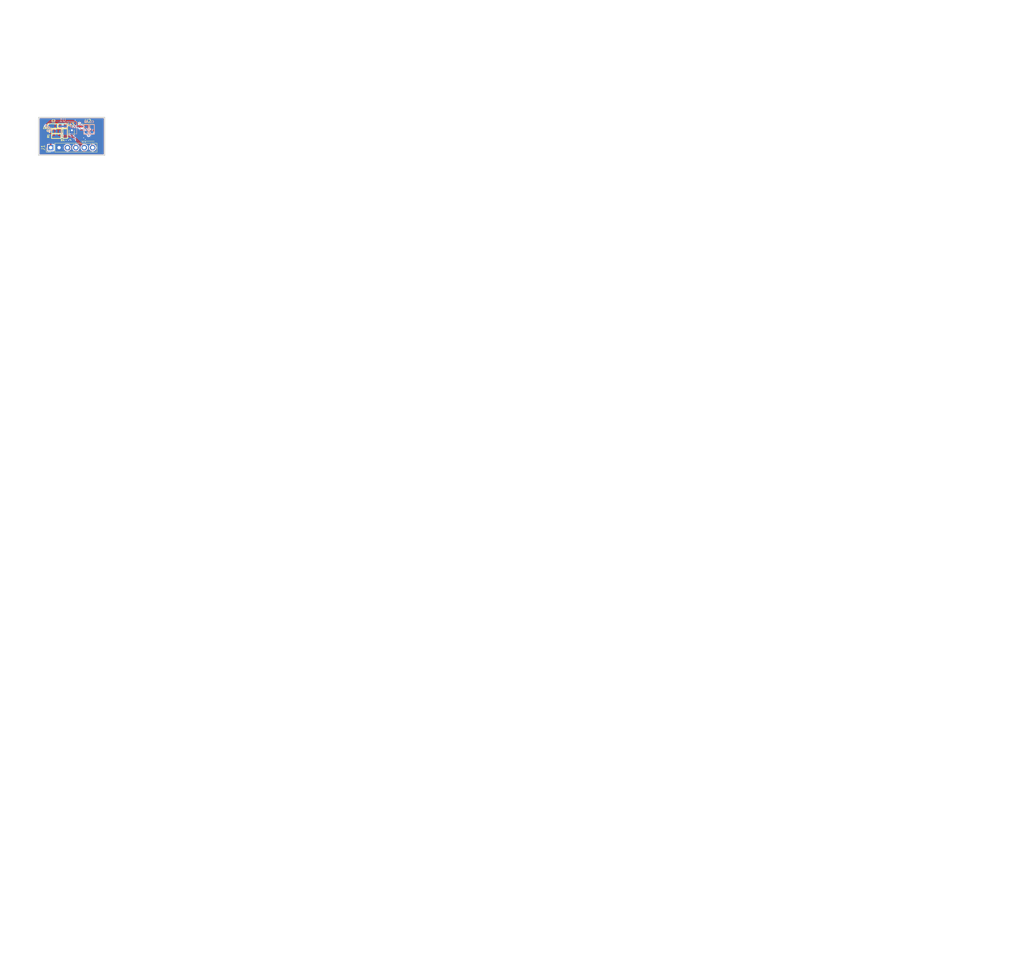
<source format=kicad_pcb>
(kicad_pcb (version 20240108) (generator "pcbnew") (generator_version "8.0")
  (layers (0 "F.Cu" signal) (31 "B.Cu" signal) (34 "B.Paste" user) (35 "F.Paste" user) (36 "B.SilkS" user "B.Silkscreen") (37 "F.SilkS" user "F.Silkscreen") (38 "B.Mask" user) (39 "F.Mask" user) (44 "Edge.Cuts" user))
  (net 0 "")
  (net 1 "GND")
  (net 2 "Net-(Q1-D)")
  (net 3 "Net-(U1-OUTPUT)")
  (net 4 "Net-(C2-Pad1)")
  (net 5 "+3V3")
  (net 6 "/EN_Sound_sensor")
  (net 7 "/BH1750_SDA")
  (net 8 "/Sound_sensor")
  (net 9 "/BH1750_SCL")
  (net 10 "Net-(U2A--)")
  (net 11 "Net-(U3-DVI)")
  (footprint "Package_SO:SOIC-8_3.9x4.9mm_P1.27mm" (layer "F.Cu") (at 88.392 75.438)
    (property "Reference" "U2" (at 0 -3.556 0) (layer "F.SilkS"))
    (property "Value" "LM358")
    (fp_line (start 0 -2.56) (end -1.95 -2.56) (stroke (width 0.12)) (layer "F.SilkS"))
    (fp_line (start 0 -2.56) (end 1.95 -2.56) (stroke (width 0.12)) (layer "F.SilkS"))
    (fp_line (start 0 2.56) (end -1.95 2.56) (stroke (width 0.12)) (layer "F.SilkS"))
    (fp_line (start 0 2.56) (end 1.95 2.56) (stroke (width 0.12)) (layer "F.SilkS"))
    (fp_poly (pts (xy -2.7 -2.465) (xy -2.94 -2.795) (xy -2.46 -2.795) (xy -2.7 -2.465)) (stroke (width 0.12)) (fill solid) (layer "F.SilkS"))
    (pad "1" smd roundrect (at -2.475 -1.905) (size 1.95 0.6) (layers "F.Cu" "F.Paste" "F.Mask") (net 8 "/Sound_sensor"))
    (pad "2" smd roundrect (at -2.475 -0.635) (size 1.95 0.6) (layers "F.Cu" "F.Paste" "F.Mask") (net 10 "Net-(U2A--)"))
    (pad "3" smd roundrect (at -2.475 0.635) (size 1.95 0.6) (layers "F.Cu" "F.Paste" "F.Mask"))
    (pad "4" smd roundrect (at -2.475 1.905) (size 1.95 0.6) (layers "F.Cu" "F.Paste" "F.Mask") (net 1 "GND"))
    (pad "5" smd roundrect (at 2.475 1.905) (size 1.95 0.6) (layers "F.Cu" "F.Paste" "F.Mask"))
    (pad "6" smd roundrect (at 2.475 0.635) (size 1.95 0.6) (layers "F.Cu" "F.Paste" "F.Mask"))
    (pad "7" smd roundrect (at 2.475 -0.635) (size 1.95 0.6) (layers "F.Cu" "F.Paste" "F.Mask"))
    (pad "8" smd roundrect (at 2.475 -1.905) (size 1.95 0.6) (layers "F.Cu" "F.Paste" "F.Mask") (net 2 "Net-(Q1-D)"))
  )
  (footprint "DienLIB:C_0603" (layer "F.Cu") (at 77.724 73.406 180)
    (property "Reference" "C2" (at -0.254 1.524 0) (layer "F.SilkS") (effects (font (size 0.6 0.6) (thickness 0.15) (bold yes))))
    (property "Value" "100nF")
    (fp_rect (start -1.4508 -0.7) (end 1.4508 0.7) (stroke (width 0.25)) (fill none) (layer "F.SilkS"))
    (pad "1" smd rect (at -0.775 0 180) (size 0.85 0.9) (layers "F.Cu" "F.Paste" "F.Mask") (net 4 "Net-(C2-Pad1)"))
    (pad "2" smd rect (at 0.775 0 180) (size 0.85 0.9) (layers "F.Cu" "F.Paste" "F.Mask") (net 3 "Net-(U1-OUTPUT)"))
  )
  (footprint "DienLIB:R_0603" (layer "F.Cu") (at 78.87 76.454)
    (property "Reference" "R1" (at -2.416 -0.013 90) (layer "F.SilkS") (effects (font (size 0.6 0.6) (thickness 0.15) (bold yes))))
    (property "Value" "100k")
    (fp_rect (start -1.45 -0.7) (end 1.45 0.7) (stroke (width 0.25)) (fill none) (layer "F.SilkS"))
    (pad "1" smd rect (at -0.775 0) (size 0.85 0.9) (layers "F.Cu" "F.Paste" "F.Mask") (net 5 "+3V3"))
    (pad "2" smd rect (at 0.775 0) (size 0.85 0.9) (layers "F.Cu" "F.Paste" "F.Mask") (net 6 "/EN_Sound_sensor"))
  )
  (footprint "DienLIB:XDCR_BH1750FVI-TR" (layer "F.Cu") (at 83.5215 75.433055 90)
    (property "Reference" "U3" (at 2.535055 -0.2095 0) (layer "F.SilkS") (effects (font (size 1.001283 1.001283))))
    (property "Value" "BH1750FVI-TR")
    (fp_line (start 0.78 -0.8) (end -0.78 -0.8) (stroke (width 0.127)) (layer "F.SilkS"))
    (fp_line (start -0.78 0.8) (end 0.78 0.8) (stroke (width 0.127)) (layer "F.SilkS"))
    (fp_circle (center -2.1 -0.5) (end -2 -0.5) (stroke (width 0.2)) (fill none) (layer "F.SilkS"))
    (pad "1" smd rect (at -1.375 -0.5 90) (size 0.55 0.25) (layers "F.Cu" "F.Paste" "F.Mask") (net 5 "+3V3"))
    (pad "2" smd rect (at -1.375 0 90) (size 0.55 0.25) (layers "F.Cu" "F.Paste" "F.Mask") (net 1 "GND"))
    (pad "3" smd rect (at -1.375 0.5 90) (size 0.55 0.25) (layers "F.Cu" "F.Paste" "F.Mask") (net 1 "GND"))
    (pad "4" smd rect (at 1.375 0.5 90) (size 0.55 0.25) (layers "F.Cu" "F.Paste" "F.Mask") (net 7 "/BH1750_SDA"))
    (pad "5" smd rect (at 1.375 0 90) (size 0.55 0.25) (layers "F.Cu" "F.Paste" "F.Mask") (net 11 "Net-(U3-DVI)"))
    (pad "6" smd rect (at 1.375 -0.5 90) (size 0.55 0.25) (layers "F.Cu" "F.Paste" "F.Mask") (net 9 "/BH1750_SCL"))
  )
  (footprint "Connector_PinHeader_2.54mm:PinHeader_1x06_P2.54mm_Vertical" (layer "F.Cu") (at 77.149473 79.94457 90)
    (property "Reference" "J1" (at 0 -2.33 -90) (layer "F.SilkS"))
    (property "Value" "2.54")
    (fp_line (start -1.33 -1.33) (end 0 -1.33) (stroke (width 0.12)) (layer "F.SilkS"))
    (fp_line (start -1.33 0) (end -1.33 -1.33) (stroke (width 0.12)) (layer "F.SilkS"))
    (fp_line (start 1.33 1.27) (end 1.33 14.03) (stroke (width 0.12)) (layer "F.SilkS"))
    (fp_line (start -1.33 1.27) (end 1.33 1.27) (stroke (width 0.12)) (layer "F.SilkS"))
    (fp_line (start -1.33 1.27) (end -1.33 14.03) (stroke (width 0.12)) (layer "F.SilkS"))
    (fp_line (start -1.33 14.03) (end 1.33 14.03) (stroke (width 0.12)) (layer "F.SilkS"))
    (pad "1" thru_hole rect (at 0 0 90) (size 1.7 1.7) (drill 1) (layers "*.Cu" "*.Mask") (net 5 "+3V3"))
    (pad "2" thru_hole oval (at 0 2.54 90) (size 1.7 1.7) (drill 1) (layers "*.Cu" "*.Mask") (net 1 "GND"))
    (pad "3" thru_hole oval (at 0 5.08 90) (size 1.7 1.7) (drill 1) (layers "*.Cu" "*.Mask") (net 7 "/BH1750_SDA"))
    (pad "4" thru_hole oval (at 0 7.62 90) (size 1.7 1.7) (drill 1) (layers "*.Cu" "*.Mask") (net 9 "/BH1750_SCL"))
    (pad "5" thru_hole oval (at 0 10.16 90) (size 1.7 1.7) (drill 1) (layers "*.Cu" "*.Mask") (net 6 "/EN_Sound_sensor"))
    (pad "6" thru_hole oval (at 0 12.7 90) (size 1.7 1.7) (drill 1) (layers "*.Cu" "*.Mask") (net 8 "/Sound_sensor"))
  )
  (footprint "DienLIB:R_0603" (layer "F.Cu") (at 81.534 75.692 90)
    (property "Reference" "R4" (at -2.032 -0.762 0) (layer "F.SilkS") (effects (font (size 0.6 0.6) (thickness 0.15) (bold yes))))
    (property "Value" "4k7")
    (fp_rect (start -1.45 -0.7) (end 1.45 0.7) (stroke (width 0.25)) (fill none) (layer "F.SilkS"))
    (pad "1" smd rect (at -0.775 0 90) (size 0.85 0.9) (layers "F.Cu" "F.Paste" "F.Mask") (net 5 "+3V3"))
    (pad "2" smd rect (at 0.775 0 90) (size 0.85 0.9) (layers "F.Cu" "F.Paste" "F.Mask") (net 11 "Net-(U3-DVI)"))
  )
  (footprint "DienLIB:C_0603" (layer "F.Cu") (at 78.928 74.93)
    (property "Reference" "C3" (at -2.444219 -0.11336 0) (layer "F.SilkS") (effects (font (size 0.6 0.6) (thickness 0.15) (bold yes))))
    (property "Value" "100nF")
    (fp_rect (start -1.4508 -0.7) (end 1.4508 0.7) (stroke (width 0.25)) (fill none) (layer "F.SilkS"))
    (pad "1" smd rect (at -0.775 0) (size 0.85 0.9) (layers "F.Cu" "F.Paste" "F.Mask") (net 5 "+3V3"))
    (pad "2" smd rect (at 0.775 0) (size 0.85 0.9) (layers "F.Cu" "F.Paste" "F.Mask") (net 1 "GND"))
  )
  (footprint "DienLIB:R_0603" (layer "F.Cu") (at 80.772 73.406)
    (property "Reference" "R2" (at -5.334 0.508 180) (layer "F.SilkS") (effects (font (size 0.6 0.6) (thickness 0.15) (bold yes))))
    (property "Value" "100k")
    (fp_rect (start -1.45 -0.7) (end 1.45 0.7) (stroke (width 0.25)) (fill none) (layer "F.SilkS"))
    (pad "1" smd rect (at -0.775 0) (size 0.85 0.9) (layers "F.Cu" "F.Paste" "F.Mask") (net 4 "Net-(C2-Pad1)"))
    (pad "2" smd rect (at 0.775 0) (size 0.85 0.9) (layers "F.Cu" "F.Paste" "F.Mask") (net 10 "Net-(U2A--)"))
  )
  (footprint "DienLIB:MIC_CMM-3729AB-38108-TR" (layer "B.Cu") (at 83.566 73.914 180)
    (property "Reference" "U1" (at 2.794 2.286 180) (layer "B.SilkS") (effects (justify mirror)))
    (property "Value" "CMM-3729AB-38108-TR")
    (fp_line (start 1.475 1.88) (end -1.475 1.88) (stroke (width 0.127)) (layer "B.SilkS"))
    (fp_line (start 1.475 -1.88) (end 1.475 1.88) (stroke (width 0.127)) (layer "B.SilkS"))
    (fp_line (start -1.475 1.88) (end -1.475 -1.88) (stroke (width 0.127)) (layer "B.SilkS"))
    (fp_line (start -1.475 -1.88) (end 1.475 -1.88) (stroke (width 0.127)) (layer "B.SilkS"))
    (fp_circle (center 2 1.4) (end 2.1 1.4) (stroke (width 0.2)) (fill none) (layer "B.SilkS"))
    (pad "" np_thru_hole circle (at 0 -0.76 180) (size 0.35 0.35) (drill 0.35) (layers "*.Cu" "*.Mask"))
    (pad "1" smd circle (at 0.97 1.34 180) (size 0.72 0.72) (layers "B.Cu" "B.Paste" "B.Mask") (net 2 "Net-(Q1-D)"))
    (pad "2" smd circle (at 1.015 -1.39) (size 0.56 0.56) (layers "B.Cu" "B.Paste" "B.Mask") (net 1 "GND"))
    (pad "3" smd circle (at -1.015 -1.39 180) (size 0.56 0.56) (layers "B.Cu" "B.Paste" "B.Mask") (net 1 "GND"))
    (pad "4" smd circle (at -0.97 1.34) (size 0.72 0.72) (layers "B.Cu" "B.Paste" "B.Mask") (net 3 "Net-(U1-OUTPUT)"))
    (pad "5" smd circle (at 0 1.34) (size 0.61 0.61) (layers "B.Cu" "B.Paste" "B.Mask") (net 1 "GND"))
    (pad "6" smd custom (at 0.453036 -0.770638) (size 0.2 0.2) (layers "B.Cu") (net 1 "GND") (options (clearance outline) (anchor rect)) (primitives (gr_poly (pts (xy 0.4505 0.6) (xy 0.482 0.599) (xy 0.514 0.597) (xy 0.546 0.592) (xy 0.577 0.587) (xy 0.608 0.579) (xy 0.639 0.57) (xy 0.669 0.56) (xy 0.698 0.547) (xy 0.727 0.534) (xy 0.755 0.518) (xy 0.782 0.502) (xy 0.809 0.484) (xy 0.834 0.464) (xy 0.858 0.443) (xy 0.881 0.421) (xy 0.903 0.398) (xy 0.924 0.374) (xy 0.944 0.349) (xy 0.962 0.322) (xy 0.978 0.295) (xy 0.994 0.267) (xy 1.007 0.238) (xy 1.02 0.209) (xy 1.03 0.179) (xy 1.039 0.148) (xy 1.047 0.117) (xy 1.052 0.086) (xy 1.057 0.054) (xy 1.059 0.022) (xy 1.06 -0.01) (xy 1.059 -0.042) (xy 1.057 -0.074) (xy 1.052 -0.105) (xy 1.047 -0.137) (xy 1.039 -0.168) (xy 1.03 -0.199) (xy 1.019 -0.229) (xy 1.007 -0.258) (xy 0.994 -0.287) (xy 0.978 -0.315) (xy 0.962 -0.342) (xy 0.944 -0.369) (xy 0.924 -0.394) (xy 0.903 -0.418) (xy 0.881 -0.441) (xy 0.858 -0.463) (xy 0.834 -0.484) (xy 0.809 -0.504) (xy 0.782 -0.522) (xy 0.755 -0.538) (xy 0.727 -0.554) (xy 0.698 -0.567) (xy 0.669 -0.579) (xy 0.639 -0.59) (xy 0.608 -0.599) (xy 0.577 -0.607) (xy 0.545 -0.612) (xy 0.514 -0.617) (xy 0.482 -0.619) (xy 0.45 -0.62) (xy 0.418 -0.619) (xy 0.386 -0.617) (xy 0.355 -0.612) (xy 0.323 -0.607) (xy 0.292 -0.599) (xy 0.261 -0.59) (xy 0.231 -0.579) (xy 0.202 -0.567) (xy 0.173 -0.554) (xy 0.145 -0.538) (xy 0.118 -0.522) (xy 0.091 -0.504) (xy 0.066 -0.484) (xy 0.042 -0.463) (xy 0.019 -0.441) (xy -0.003 -0.418) (xy -0.024 -0.394) (xy -0.044 -0.369) (xy -0.062 -0.342) (xy -0.078 -0.315) (xy -0.094 -0.287) (xy -0.107 -0.258) (xy -0.119 -0.229) (xy -0.13 -0.199) (xy -0.139 -0.168) (xy -0.147 -0.137) (xy -0.152 -0.105) (xy -0.157 -0.074) (xy -0.159 -0.042) (xy -0.16 -0.01) (xy -0.159 0.018) (xy -0.157 0.05) (xy -0.152 0.082) (xy -0.147 0.114) (xy -0.139 0.145) (xy -0.13 0.176) (xy -0.119 0.206) (xy -0.107 0.236) (xy -0.093 0.265) (xy -0.078 0.293) (xy -0.061 0.32) (xy -0.043 0.347) (xy -0.023 0.372) (xy -0.002 0.397) (xy 0.02 0.42) (xy 0.043 0.442) (xy 0.068 0.463) (xy 0.093 0.483) (xy 0.12 0.501) (xy 0.147 0.518) (xy 0.175 0.533) (xy 0.204 0.547) (xy 0.234 0.559) (xy 0.264 0.57) (xy 0.295 0.579) (xy 0.326 0.587) (xy 0.358 0.592) (xy 0.39 0.597) (xy 0.422 0.599) (xy 0.449 0.6) (xy 0.449 0.295) (xy 0.434 0.295) (xy 0.418 0.293) (xy 0.402 0.291) (xy 0.386 0.288) (xy 0.371 0.285) (xy 0.356 0.28) (xy 0.341 0.275) (xy 0.326 0.269) (xy 0.311 0.262) (xy 0.297 0.254) (xy 0.284 0.246) (xy 0.271 0.237) (xy 0.258 0.227) (xy 0.246 0.217) (xy 0.234 0.206) (xy 0.223 0.194) (xy 0.213 0.182) (xy 0.203 0.169) (xy 0.194 0.156) (xy 0.186 0.143) (xy 0.178 0.129) (xy 0.171 0.114) (xy 0.165 0.099) (xy 0.16 0.084) (xy 0.155 0.069) (xy 0.152 0.054) (xy 0.149 0.038) (xy 0.147 0.022) (xy 0.145 0.006) (xy 0.145 -0.01) (xy 0.145 -0.026) (xy 0.147 -0.042) (xy 0.149 -0.058) (xy 0.152 -0.073) (xy 0.155 -0.089) (xy 0.16 -0.104) (xy 0.165 -0.119) (xy 0.171 -0.134) (xy 0.178 -0.148) (xy 0.186 -0.163) (xy 0.194 -0.176) (xy 0.203 -0.189) (xy 0.213 -0.202) (xy 0.223 -0.214) (xy 0.234 -0.226) (xy 0.246 -0.237) (xy 0.258 -0.247) (xy 0.271 -0.257) (xy 0.284 -0.266) (xy 0.297 -0.274) (xy 0.312 -0.282) (xy 0.326 -0.289) (xy 0.341 -0.295) (xy 0.356 -0.3) (xy 0.371 -0.305) (xy 0.387 -0.308) (xy 0.402 -0.311) (xy 0.418 -0.313) (xy 0.434 -0.315) (xy 0.45 -0.315) (xy 0.466 -0.315) (xy 0.482 -0.313) (xy 0.498 -0.311) (xy 0.513 -0.308) (xy 0.529 -0.305) (xy 0.544 -0.3) (xy 0.559 -0.295) (xy 0.574 -0.289) (xy 0.588 -0.282) (xy 0.603 -0.274) (xy 0.616 -0.266) (xy 0.629 -0.257) (xy 0.642 -0.247) (xy 0.654 -0.237) (xy 0.666 -0.226) (xy 0.677 -0.214) (xy 0.687 -0.202) (xy 0.697 -0.189) (xy 0.706 -0.176) (xy 0.714 -0.162) (xy 0.722 -0.148) (xy 0.729 -0.134) (xy 0.735 -0.119) (xy 0.74 -0.104) (xy 0.745 -0.089) (xy 0.748 -0.073) (xy 0.751 -0.058) (xy 0.753 -0.042) (xy 0.755 -0.026) (xy 0.755 -0.01) (xy 0.755 0.006) (xy 0.753 0.022) (xy 0.751 0.038) (xy 0.748 0.054) (xy 0.745 0.069) (xy 0.74 0.084) (xy 0.735 0.099) (xy 0.729 0.114) (xy 0.722 0.129) (xy 0.714 0.143) (xy 0.706 0.156) (xy 0.697 0.169) (xy 0.687 0.182) (xy 0.677 0.194) (xy 0.666 0.206) (xy 0.654 0.217) (xy 0.642 0.227) (xy 0.629 0.237) (xy 0.616 0.246) (xy 0.603 0.254) (xy 0.589 0.262) (xy 0.574 0.269) (xy 0.559 0.275) (xy 0.544 0.28) (xy 0.529 0.285) (xy 0.514 0.288) (xy 0.498 0.291) (xy 0.482 0.293) (xy 0.466 0.295) (xy 0.451 0.295) (xy 0.451 0.6) (xy 0.4505 0.6)) (width 0.001) (fill yes))))
  )
  (footprint "Package_TO_SOT_SMD:SOT-23" (layer "B.Cu") (at 78.928 74.422 90)
    (property "Reference" "Q1" (at 0.0785 -2.474 -90) (layer "B.SilkS") (effects (justify mirror)))
    (property "Value" "P_Mosfet")
    (fp_line (start 0.65 -1.56) (end 0 -1.56) (stroke (width 0.12)) (layer "B.SilkS"))
    (fp_line (start -0.65 -1.56) (end 0 -1.56) (stroke (width 0.12)) (layer "B.SilkS"))
    (fp_line (start 0.65 1.56) (end 0 1.56) (stroke (width 0.12)) (layer "B.SilkS"))
    (fp_line (start -0.65 1.56) (end 0 1.56) (stroke (width 0.12)) (layer "B.SilkS"))
    (fp_poly (pts (xy -1.1625 1.51) (xy -1.4025 1.84) (xy -0.9225 1.84) (xy -1.1625 1.51)) (stroke (width 0.12)) (fill solid) (layer "B.SilkS"))
    (pad "1" smd roundrect (at -0.9375 0.95 90) (size 1.475 0.6) (layers "B.Cu" "B.Paste" "B.Mask") (net 6 "/EN_Sound_sensor"))
    (pad "2" smd roundrect (at -0.9375 -0.95 90) (size 1.475 0.6) (layers "B.Cu" "B.Paste" "B.Mask") (net 5 "+3V3"))
    (pad "3" smd roundrect (at 0.9375 0 90) (size 1.475 0.6) (layers "B.Cu" "B.Paste" "B.Mask") (net 2 "Net-(Q1-D)"))
  )
  (footprint "DienLIB:C_0603" (layer "B.Cu") (at 89.662 74.422 90)
    (property "Reference" "C1" (at 2.286 0 0) (layer "B.SilkS") (effects (font (size 0.6 0.6) (thickness 0.15) (bold yes)) (justify mirror)))
    (property "Value" "100nF")
    (fp_rect (start 1.4508 -0.7) (end -1.4508 0.7) (stroke (width 0.25)) (fill none) (layer "B.SilkS"))
    (pad "1" smd rect (at -0.775 0 90) (size 0.85 0.9) (layers "B.Cu" "B.Paste" "B.Mask") (net 2 "Net-(Q1-D)"))
    (pad "2" smd rect (at 0.775 0 90) (size 0.85 0.9) (layers "B.Cu" "B.Paste" "B.Mask") (net 1 "GND"))
  )
  (footprint "DienLIB:R_0603" (layer "B.Cu") (at 87.884 74.435 90)
    (property "Reference" "R3" (at 2.299 0 0) (layer "B.SilkS") (effects (font (size 0.6 0.6) (thickness 0.15) (bold yes)) (justify mirror)))
    (property "Value" "100k")
    (fp_rect (start 1.45 -0.7) (end -1.45 0.7) (stroke (width 0.25)) (fill none) (layer "B.SilkS"))
    (pad "1" smd rect (at -0.775 0 90) (size 0.85 0.9) (layers "B.Cu" "B.Paste" "B.Mask") (net 10 "Net-(U2A--)"))
    (pad "2" smd rect (at 0.775 0 90) (size 0.85 0.9) (layers "B.Cu" "B.Paste" "B.Mask") (net 8 "/Sound_sensor"))
  )
  (gr_line (start 93.5 70.764) (end 93.5 82.264) (stroke (width 0.25)) (layer "Edge.Cuts"))
  (gr_line (start 73.5 82.264) (end 93.5 82.264) (stroke (width 0.25)) (layer "Edge.Cuts"))
  (gr_line (start 73.5 70.764) (end 73.5 82.264) (stroke (width 0.25)) (layer "Edge.Cuts"))
  (gr_line (start 93.5 70.764) (end 73.5 70.764) (stroke (width 0.25)) (layer "Edge.Cuts"))
  (segment (start 76.417 74.205) (end 76.2 74.422) (width 0.15) (layer "F.Cu") (net 1))
  (segment (start 78.978 74.205) (end 76.417 74.205) (width 0.15) (layer "F.Cu") (net 1))
  (segment (start 79.703 74.93) (end 78.978 74.205) (width 0.15) (layer "F.Cu") (net 1))
  (via (at 83.051269 75.76683) (size 0.5) (drill 0.25) (layers "F.Cu" "B.Cu") (net 1))
  (via (at 87.63 78.232) (size 0.5) (drill 0.25) (layers "F.Cu" "B.Cu") (net 1))
  (via (at 83.312 77.724) (size 0.5) (drill 0.25) (layers "F.Cu" "B.Cu") (net 1))
  (via (at 81.788 77.724) (size 0.5) (drill 0.25) (layers "F.Cu" "B.Cu") (net 1))
  (via (at 84.582 71.628) (size 0.5) (drill 0.25) (layers "F.Cu" "B.Cu") (net 1))
  (via (at 80.72781 75.680952) (size 0.5) (drill 0.25) (layers "F.Cu" "B.Cu") (net 1))
  (via (at 87.122 76.962) (size 0.5) (drill 0.25) (layers "F.Cu" "B.Cu") (net 1))
  (via (at 87.63 77.47) (size 0.5) (drill 0.25) (layers "F.Cu" "B.Cu") (net 1))
  (via (at 82.55 77.724) (size 0.5) (drill 0.25) (layers "F.Cu" "B.Cu") (net 1))
  (via (at 80.616653 74.328011) (size 0.5) (drill 0.25) (layers "F.Cu" "B.Cu") (net 1))
  (via (at 86.868 78.232) (size 0.5) (drill 0.25) (layers "F.Cu" "B.Cu") (net 1))
  (segment (start 85.327 72.915) (end 85.327 72.373) (width 0.15) (layer "B.Cu") (net 1))
  (segment (start 83.566 72.574) (end 84.201 73.209) (width 0.15) (layer "B.Cu") (net 1))
  (segment (start 85.327 72.373) (end 84.582 71.628) (width 0.15) (layer "B.Cu") (net 1))
  (segment (start 84.201 73.209) (end 85.033 73.209) (width 0.15) (layer "B.Cu") (net 1))
  (segment (start 85.033 73.209) (end 85.327 72.915) (width 0.15) (layer "B.Cu") (net 1))
  (segment (start 89.652 73.533) (end 88.825 74.36) (width 0.15) (layer "F.Cu") (net 2))
  (segment (start 90.867 73.533) (end 89.652 73.533) (width 0.15) (layer "F.Cu") (net 2))
  (via (at 88.825 74.36) (size 0.5) (drill 0.25) (layers "F.Cu" "B.Cu") (net 2))
  (segment (start 89.662 75.197) (end 88.825 74.36) (width 0.15) (layer "B.Cu") (net 2))
  (segment (start 88.825 74.36) (end 86.298 74.36) (width 0.15) (layer "B.Cu") (net 2))
  (segment (start 81.6855 73.4845) (end 82.596 72.574) (width 0.5) (layer "B.Cu") (net 2))
  (segment (start 78.928 73.4845) (end 81.6855 73.4845) (width 0.5) (layer "B.Cu") (net 2))
  (segment (start 86.298 74.36) (end 85.598 73.66) (width 0.15) (layer "B.Cu") (net 2))
  (segment (start 83.682 73.66) (end 82.596 72.574) (width 0.15) (layer "B.Cu") (net 2))
  (segment (start 85.598 73.66) (end 83.682 73.66) (width 0.15) (layer "B.Cu") (net 2))
  (segment (start 75.692 73.406) (end 76.949 73.406) (width 0.15) (layer "F.Cu") (net 3))
  (via (at 75.692 73.406) (size 0.5) (drill 0.25) (layers "F.Cu" "B.Cu") (net 3))
  (segment (start 83.901 71.939) (end 77.159 71.939) (width 0.15) (layer "B.Cu") (net 3))
  (segment (start 84.536 72.574) (end 83.901 71.939) (width 0.15) (layer "B.Cu") (net 3))
  (segment (start 77.159 71.939) (end 75.692 73.406) (width 0.15) (layer "B.Cu") (net 3))
  (segment (start 78.499 73.406) (end 79.997 73.406) (width 0.15) (layer "F.Cu") (net 4))
  (segment (start 77.149473 78.552527) (end 78.153 77.549) (width 0.5) (layer "F.Cu") (net 5))
  (segment (start 78.153 77.549) (end 80.452 77.549) (width 0.5) (layer "F.Cu") (net 5))
  (segment (start 82.9465 76.733055) (end 82.9465 76.808055) (width 0.5) (layer "F.Cu") (net 5))
  (segment (start 77.149473 79.94457) (end 77.149473 78.552527) (width 0.5) (layer "F.Cu") (net 5))
  (segment (start 80.452 77.549) (end 81.534 76.467) (width 0.5) (layer "F.Cu") (net 5))
  (segment (start 76.962 74.93) (end 78.153 74.93) (width 0.5) (layer "F.Cu") (net 5))
  (segment (start 78.153 77.549) (end 78.153 74.93) (width 0.5) (layer "F.Cu") (net 5))
  (segment (start 82.680445 76.467) (end 82.9465 76.733055) (width 0.5) (layer "F.Cu") (net 5))
  (segment (start 81.534 76.467) (end 82.680445 76.467) (width 0.5) (layer "F.Cu") (net 5))
  (via (at 76.962 74.93) (size 0.5) (drill 0.25) (layers "F.Cu" "B.Cu") (net 5))
  (segment (start 77.3915 75.3595) (end 76.962 74.93) (width 0.5) (layer "B.Cu") (net 5))
  (segment (start 77.978 75.3595) (end 77.3915 75.3595) (width 0.5) (layer "B.Cu") (net 5))
  (segment (start 80.518 76.454) (end 79.645 76.454) (width 0.15) (layer "F.Cu") (net 6))
  (via (at 80.518 76.454) (size 0.5) (drill 0.25) (layers "F.Cu" "B.Cu") (net 6))
  (segment (start 79.878 75.814) (end 80.518 76.454) (width 0.15) (layer "B.Cu") (net 6))
  (segment (start 87.309473 79.94457) (end 83.818903 76.454) (width 0.15) (layer "B.Cu") (net 6))
  (segment (start 79.878 75.3595) (end 79.878 75.814) (width 0.15) (layer "B.Cu") (net 6))
  (segment (start 83.818903 76.454) (end 80.518 76.454) (width 0.15) (layer "B.Cu") (net 6))
  (segment (start 88.646 80.354) (end 87.93043 81.06957) (width 0.15) (layer "F.Cu") (net 7))
  (segment (start 88.646 77.221804) (end 88.646 80.354) (width 0.15) (layer "F.Cu") (net 7))
  (segment (start 86.922196 75.498) (end 88.646 77.221804) (width 0.15) (layer "F.Cu") (net 7))
  (segment (start 83.354473 81.06957) (end 82.229473 79.94457) (width 0.15) (layer "F.Cu") (net 7))
  (segment (start 84.0215 74.058055) (end 84.0215 74.8775) (width 0.15) (layer "F.Cu") (net 7))
  (segment (start 84.642 75.498) (end 86.922196 75.498) (width 0.15) (layer "F.Cu") (net 7))
  (segment (start 84.0215 74.8775) (end 84.642 75.498) (width 0.15) (layer "F.Cu") (net 7))
  (segment (start 87.93043 81.06957) (end 83.354473 81.06957) (width 0.15) (layer "F.Cu") (net 7))
  (segment (start 89.586987 76.124987) (end 86.995 73.533) (width 0.15) (layer "F.Cu") (net 8))
  (segment (start 85.852 72.644) (end 85.852 73.468) (width 0.15) (layer "F.Cu") (net 8))
  (segment (start 86.995 73.533) (end 85.917 73.533) (width 0.15) (layer "F.Cu") (net 8))
  (segment (start 85.852 73.468) (end 85.917 73.533) (width 0.15) (layer "F.Cu") (net 8))
  (segment (start 89.849473 79.94457) (end 89.586987 79.682084) (width 0.15) (layer "F.Cu") (net 8))
  (segment (start 89.586987 79.682084) (end 89.586987 76.124987) (width 0.15) (layer "F.Cu") (net 8))
  (via (at 85.852 72.644) (size 0.5) (drill 0.25) (layers "F.Cu" "B.Cu") (net 8))
  (segment (start 87.884 73.66) (end 86.868 73.66) (width 0.15) (layer "B.Cu") (net 8))
  (segment (start 86.868 73.66) (end 85.852 72.644) (width 0.15) (layer "B.Cu") (net 8))
  (segment (start 84.4215 76.2935) (end 84.4215 79.596597) (width 0.15) (layer "F.Cu") (net 9))
  (segment (start 83.0215 74.058055) (end 83.0215 74.8935) (width 0.15) (layer "F.Cu") (net 9))
  (segment (start 84.4215 79.596597) (end 84.769473 79.94457) (width 0.15) (layer "F.Cu") (net 9))
  (segment (start 83.0215 74.8935) (end 84.4215 76.2935) (width 0.15) (layer "F.Cu") (net 9))
  (segment (start 84.0715 73.158055) (end 84.582 73.668555) (width 0.15) (layer "F.Cu") (net 10))
  (segment (start 81.547 73.406) (end 81.794945 73.158055) (width 0.15) (layer "F.Cu") (net 10))
  (segment (start 87.249 74.803) (end 88.646 76.2) (width 0.15) (layer "F.Cu") (net 10))
  (segment (start 84.582 74.442999) (end 84.942001 74.803) (width 0.15) (layer "F.Cu") (net 10))
  (segment (start 84.582 73.668555) (end 84.582 74.442999) (width 0.15) (layer "F.Cu") (net 10))
  (segment (start 81.794945 73.158055) (end 84.0715 73.158055) (width 0.15) (layer "F.Cu") (net 10))
  (segment (start 85.917 74.803) (end 87.249 74.803) (width 0.15) (layer "F.Cu") (net 10))
  (segment (start 84.942001 74.803) (end 85.917 74.803) (width 0.15) (layer "F.Cu") (net 10))
  (via (at 88.646 76.2) (size 0.5) (drill 0.25) (layers "F.Cu" "B.Cu") (net 10))
  (segment (start 88.646 76.2) (end 87.884 75.438) (width 0.15) (layer "B.Cu") (net 10))
  (segment (start 87.884 75.438) (end 87.884 75.21) (width 0.15) (layer "B.Cu") (net 10))
  (segment (start 82.6215 73.508055) (end 83.4215 73.508055) (width 0.15) (layer "F.Cu") (net 11))
  (segment (start 82.537 73.592555) (end 82.6215 73.508055) (width 0.15) (layer "F.Cu") (net 11))
  (segment (start 82.537 73.914) (end 82.537 73.592555) (width 0.15) (layer "F.Cu") (net 11))
  (segment (start 81.534 74.917) (end 82.537 73.914) (width 0.15) (layer "F.Cu") (net 11))
  (segment (start 83.4215 73.508055) (end 83.5215 73.608055) (width 0.15) (layer "F.Cu") (net 11))
  (segment (start 83.5215 73.608055) (end 83.5215 74.058055) (width 0.15) (layer "F.Cu") (net 11))
  (zone (net 1) (net_name "GND") (layers "F&B.Cu") (connect_pads yes (clearance 0.3)) (min_thickness 0.2) (fill yes (thermal_gap 0.5) (thermal_bridge_width 0.5) (island_removal_mode 1) (island_area_min 10))
    (polygon (pts (xy 71.628 68.834) (xy 71.628 83.058) (xy 94.234 83.058) (xy 94.488 82.804) (xy 94.488 68.834) (xy 71.882 68.834)))
  )
)
</source>
